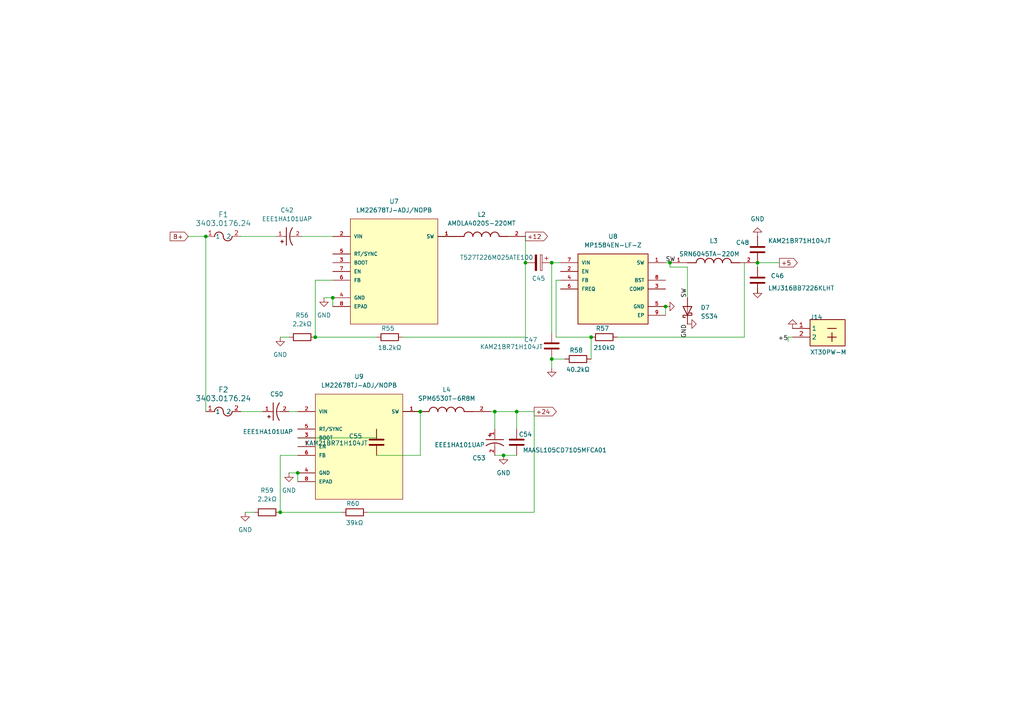
<source format=kicad_sch>
(kicad_sch (version 20231120) (generator "eeschema") (generator_version "8.0")
  (paper "A4")
  (lib_symbols
    (symbol "BLDC_4-altium-import:root_0_XT30PW-M"
      (symbol "root_0_XT30PW-M_1_0"
        (polyline (pts (xy 10.16 -2.54) (xy 12.7 -2.54)) (stroke (width 0.254)))
        (polyline (pts (xy 10.16 0) (xy 12.7 0)) (stroke (width 0.254)))
        (polyline (pts (xy 11.43 -1.27) (xy 11.43 -3.81)) (stroke (width 0.254)))
        (rectangle (start 15.24 2.54) (end 5.08 -5.08) (stroke (width 0.254) (color 128 0 0 1)) (fill (type background)))
        (pin passive line (at 0 0 0) (length 5.08) (name "1") (number "1"))
        (pin passive line (at 0 -2.54 0) (length 5.08) (name "2") (number "2"))
      )
    )
    (symbol "Device:3403.0176.24" (pin_names (offset 0.254))
      (property "Reference" "F" (at 5.08 3.175 0))
      (property "Value" "3403.0176.24" (at 5.08 -3.175 0))
      (symbol "3403.0176.24_1_1"
        (arc (start 5.08 0) (mid 3.81 1.2645) (end 2.54 0) (stroke (width 0.254)))
        (arc (start 5.08 0) (mid 6.35 -1.2645) (end 7.62 0) (stroke (width 0.254)))
        (pin unspecified line (at 0 0 0) (length 2.54) (name "1") (number "1"))
        (pin unspecified line (at 10.16 0 180) (length 2.54) (name "2") (number "2"))
      )
      (symbol "3403.0176.24_1_2"
        (arc (start 0 5.08) (mid -1.2645 3.81) (end 0 2.54) (stroke (width 0.254)))
        (arc (start 0 5.08) (mid 1.2645 6.35) (end 0 7.62) (stroke (width 0.254)))
        (pin unspecified line (at 0 0 90) (length 2.54) (name "1") (number "1"))
        (pin unspecified line (at 0 10.16 270) (length 2.54) (name "2") (number "2"))
      )
    )
    (symbol "Device:AMDLA4020S-220MT" (pin_names (offset 1.016))
      (property "Reference" "L" (at -10.16 5.08 0))
      (property "Value" "AMDLA4020S-220MT" (at -10.16 -5.08 0))
      (symbol "AMDLA4020S-220MT_0_0"
        (arc (start -2.54 0) (mid -3.81 1.2645) (end -5.08 0) (stroke (width 0.254)))
        (arc (start 0 0) (mid -1.27 1.2645) (end -2.54 0) (stroke (width 0.254)))
        (polyline (pts (xy -5.08 0) (xy -7.62 0)) (stroke (width 0.254)))
        (polyline (pts (xy 5.08 0) (xy 7.62 0)) (stroke (width 0.254)))
        (arc (start 2.54 0) (mid 1.27 1.2645) (end 0 0) (stroke (width 0.254)))
        (arc (start 5.08 0) (mid 3.81 1.2645) (end 2.54 0) (stroke (width 0.254)))
        (pin passive line (at -12.7 0 0) (length 5.08) (name "~") (number "1"))
        (pin passive line (at 12.7 0 180) (length 5.08) (name "~") (number "2"))
      )
    )
    (symbol "Device:B82477G4223M000" (pin_names (offset 1.016))
      (property "Reference" "L" (at -10.16 5.08 0))
      (property "Value" "B82477G4223M000" (at -10.16 -5.08 0))
      (symbol "B82477G4223M000_0_0"
        (arc (start -2.54 0) (mid -3.81 1.2645) (end -5.08 0) (stroke (width 0.254)))
        (arc (start 0 0) (mid -1.27 1.2645) (end -2.54 0) (stroke (width 0.254)))
        (polyline (pts (xy -5.08 0) (xy -7.62 0)) (stroke (width 0.254)))
        (polyline (pts (xy 5.08 0) (xy 7.62 0)) (stroke (width 0.254)))
        (arc (start 2.54 0) (mid 1.27 1.2645) (end 0 0) (stroke (width 0.254)))
        (arc (start 5.08 0) (mid 3.81 1.2645) (end 2.54 0) (stroke (width 0.254)))
        (pin passive line (at -12.7 0 0) (length 5.08) (name "~") (number "1"))
        (pin passive line (at 12.7 0 180) (length 5.08) (name "~") (number "2"))
      )
    )
    (symbol "Device:C" (pin_numbers hide) (pin_names (offset 0.254))
      (property "Reference" "C" (at 0.635 2.54 0))
      (property "Value" "C" (at 0.635 -2.54 0))
      (symbol "C_0_1"
        (polyline (pts (xy -2.032 -0.762) (xy 2.032 -0.762)) (stroke (width 0.508)))
        (polyline (pts (xy -2.032 0.762) (xy 2.032 0.762)) (stroke (width 0.508)))
      )
      (symbol "C_1_1"
        (pin passive line (at 0 3.81 270) (length 2.794) (name "~") (number "1"))
        (pin passive line (at 0 -3.81 90) (length 2.794) (name "~") (number "2"))
      )
    )
    (symbol "Device:C_Polarized" (pin_numbers hide) (pin_names (offset 0.254))
      (property "Reference" "C" (at 0.635 2.54 0))
      (property "Value" "C_Polarized" (at 0.635 -2.54 0))
      (symbol "C_Polarized_0_1"
        (rectangle (start -2.286 0.508) (end 2.286 1.016))
        (polyline (pts (xy -1.778 2.286) (xy -0.762 2.286)))
        (polyline (pts (xy -1.27 2.794) (xy -1.27 1.778)))
        (rectangle (start 2.286 -0.508) (end -2.286 -1.016) (fill (type outline)))
      )
      (symbol "C_Polarized_1_1"
        (pin passive line (at 0 3.81 270) (length 2.794) (name "~") (number "1"))
        (pin passive line (at 0 -3.81 90) (length 2.794) (name "~") (number "2"))
      )
    )
    (symbol "Device:R" (pin_numbers hide) (pin_names (offset 0))
      (property "Reference" "R" (at 2.032 0 90))
      (property "Value" "R" (at 0 0 90))
      (symbol "R_0_1"
        (rectangle (start -1.016 -2.54) (end 1.016 2.54) (stroke (width 0.254)))
      )
      (symbol "R_1_1"
        (pin passive line (at 0 3.81 270) (length 1.27) (name "~") (number "1"))
        (pin passive line (at 0 -3.81 90) (length 1.27) (name "~") (number "2"))
      )
    )
    (symbol "Diode:SS34" (pin_numbers hide) (pin_names (offset 1.016) hide)
      (property "Reference" "D7" (at 0.9526 -3.81 90))
      (property "Value" "SS34" (at -1.5874 -3.81 90))
      (symbol "SS34_0_1"
        (polyline (pts (xy 1.27 0) (xy -1.27 0)))
        (polyline (pts (xy 1.27 1.27) (xy 1.27 -1.27) (xy -1.27 0) (xy 1.27 1.27)) (stroke (width 0.254)))
        (polyline (pts (xy -1.905 0.635) (xy -1.905 1.27) (xy -1.27 1.27) (xy -1.27 -1.27) (xy -0.635 -1.27) (xy -0.635 -0.635)) (stroke (width 0.254)))
      )
      (symbol "SS34_1_1"
        (pin passive line (at -3.81 0 0) (length 2.54) (name "K") (number "1"))
        (pin passive line (at 3.81 0 180) (length 2.54) (name "A") (number "2"))
      )
    )
    (symbol "Regulator_Linear:MP1584EN-LF-Z" (pin_names (offset 1.016))
      (property "Reference" "U" (at -10.1897 10.9615 0))
      (property "Value" "MP1584EN-LF-Z" (at -10.1903 -12.7436 0))
      (symbol "MP1584EN-LF-Z_0_0"
        (rectangle (start -10.16 10.16) (end 10.16 -10.16) (stroke (width 0.254)) (fill (type background)))
        (pin output line (at 15.24 7.62 180) (length 5.08) (name "SW") (number "1"))
        (pin input line (at -15.24 5.08 0) (length 5.08) (name "EN") (number "2"))
        (pin passive line (at 15.24 0 180) (length 5.08) (name "COMP") (number "3"))
        (pin input line (at -15.24 2.54 0) (length 5.08) (name "FB") (number "4"))
        (pin power_in line (at 15.24 -5.08 180) (length 5.08) (name "GND") (number "5"))
        (pin passive line (at -15.24 0 0) (length 5.08) (name "FREQ") (number "6"))
        (pin input line (at -15.24 7.62 0) (length 5.08) (name "VIN") (number "7"))
        (pin passive line (at 15.24 2.54 180) (length 5.08) (name "BST") (number "8"))
        (pin power_in line (at 15.24 -7.62 180) (length 5.08) (name "EP") (number "9"))
      )
    )
    (symbol "Regulator_Switching:LM22670TJ-ADJ_NOPB" (pin_names (offset 1.016))
      (property "Reference" "U" (at -4.704 15.4851 0))
      (property "Value" "LM22670TJ-ADJ_NOPB" (at -5.9189 -22.2529 0))
      (symbol "LM22670TJ-ADJ_NOPB_0_0"
        (rectangle (start -12.7 -17.78) (end 12.7 12.7) (stroke (width 0.1524)) (fill (type background)))
        (pin output line (at 17.78 7.62 180) (length 5.08) (name "SW") (number "1"))
        (pin power_in line (at -17.78 7.62 0) (length 5.08) (name "VIN") (number "2"))
        (pin input line (at -17.78 0 0) (length 5.08) (name "BOOT") (number "3"))
        (pin passive line (at -17.78 -10.16 0) (length 5.08) (name "GND") (number "4"))
        (pin input line (at -17.78 2.54 0) (length 5.08) (name "RT/SYNC") (number "5"))
        (pin input line (at -17.78 -5.08 0) (length 5.08) (name "FB") (number "6"))
        (pin input line (at -17.78 -2.54 0) (length 5.08) (name "EN") (number "7"))
        (pin passive line (at -17.78 -12.7 0) (length 5.08) (name "EPAD") (number "8"))
      )
    )
    (symbol "capacitor:EEE1HA101UAP" (pin_names (offset 1.016))
      (property "Reference" "C" (at -2.54 3.81 0))
      (property "Value" "EEE1HA101UAP" (at -2.54 -5.08 0))
      (symbol "EEE1HA101UAP_0_0"
        (rectangle (start -1.173 -1.532) (end -0.284 -1.405) (stroke (width 0.1)) (fill (type outline)))
        (rectangle (start -0.792 -1.913) (end -0.665 -1.024) (stroke (width 0.1)) (fill (type outline)))
        (polyline (pts (xy 0 0) (xy 0.508 0)) (stroke (width 0.1524)))
        (polyline (pts (xy 0.508 0) (xy 0.508 -2.54)) (stroke (width 0.254)))
        (polyline (pts (xy 0.508 2.54) (xy 0.508 0)) (stroke (width 0.254)))
        (polyline (pts (xy 2.54 0) (xy 1.524 0)) (stroke (width 0.1524)))
        (arc (start 2.286 2.54) (mid 1.4851 0) (end 2.286 -2.54) (stroke (width 0.254)))
        (pin passive line (at -2.54 0 0) (length 2.54) (name "~") (number "1"))
        (pin passive line (at 5.08 0 180) (length 2.54) (name "~") (number "2"))
      )
    )
    (symbol "power:GND" (power) (pin_numbers hide) (pin_names (offset 0) hide)
      (property "Value" "GND" (at 0 -3.81 0))
      (symbol "GND_0_1"
        (polyline (pts (xy 0 0) (xy 0 -1.27) (xy 1.27 -1.27) (xy 0 -2.54) (xy -1.27 -1.27) (xy 0 -1.27)))
      )
      (symbol "GND_1_1"
        (pin power_in line (at 0 0 270) (length 0) (name "~") (number "1"))
      )
    )
  )
  (junction (at 121.92 119.38))
  (junction (at 194.31 76.2))
  (junction (at 160.02 76.2))
  (junction (at 59.69 68.58))
  (junction (at 81.28 148.59))
  (junction (at 91.44 97.79))
  (junction (at 146.05 132.08))
  (junction (at 193.04 88.9))
  (junction (at 143.51 119.38))
  (junction (at 149.86 119.38))
  (junction (at 96.52 86.36))
  (junction (at 219.71 76.2))
  (junction (at 86.36 137.16))
  (junction (at 171.45 97.79))
  (junction (at 160.02 104.14))
  (junction (at 152.4 76.2))
  (wire (pts (xy 160.02 76.2) (xy 162.56 76.2)))
  (wire (pts (xy 81.28 148.59) (xy 99.06 148.59)))
  (wire (pts (xy 160.02 104.14) (xy 160.02 106.68)))
  (wire (pts (xy 143.51 119.38) (xy 142.24 119.38)))
  (wire (pts (xy 152.4 68.58) (xy 152.4 76.2)))
  (wire (pts (xy 154.94 119.38) (xy 154.94 148.59)))
  (wire (pts (xy 161.29 81.28) (xy 161.29 97.79)))
  (wire (pts (xy 149.86 119.38) (xy 149.86 124.46)))
  (wire (pts (xy 194.31 76.2) (xy 193.04 76.2)))
  (wire (pts (xy 152.4 97.79) (xy 116.84 97.79)))
  (wire (pts (xy 143.51 119.38) (xy 149.86 119.38)))
  (wire (pts (xy 149.86 119.38) (xy 154.94 119.38)))
  (wire (pts (xy 96.52 81.28) (xy 91.44 81.28)))
  (wire (pts (xy 171.45 97.79) (xy 171.45 104.14)))
  (wire (pts (xy 154.94 148.59) (xy 106.68 148.59)))
  (wire (pts (xy 219.71 77.47) (xy 219.71 76.2)))
  (wire (pts (xy 71.12 148.59) (xy 73.66 148.59)))
  (wire (pts (xy 69.85 68.58) (xy 80.01 68.58)))
  (wire (pts (xy 91.44 81.28) (xy 91.44 97.79)))
  (wire (pts (xy 91.44 97.79) (xy 109.22 97.79)))
  (wire (pts (xy 199.39 77.47) (xy 199.39 86.36)))
  (wire (pts (xy 228.6 97.79) (xy 229.87 97.79)))
  (wire (pts (xy 81.28 132.08) (xy 81.28 148.59)))
  (wire (pts (xy 86.36 127) (xy 109.22 127)))
  (wire (pts (xy 146.05 132.08) (xy 149.86 132.08)))
  (wire (pts (xy 162.56 81.28) (xy 161.29 81.28)))
  (wire (pts (xy 96.52 88.9) (xy 96.52 86.36)))
  (wire (pts (xy 179.07 97.79) (xy 215.9 97.79)))
  (wire (pts (xy 160.02 76.2) (xy 160.02 96.52)))
  (wire (pts (xy 83.82 137.16) (xy 86.36 137.16)))
  (wire (pts (xy 161.29 97.79) (xy 171.45 97.79)))
  (wire (pts (xy 228.6 99.06) (xy 228.6 97.79)))
  (wire (pts (xy 81.28 97.79) (xy 83.82 97.79)))
  (wire (pts (xy 59.69 68.58) (xy 59.69 119.38)))
  (wire (pts (xy 199.39 77.47) (xy 194.31 77.47)))
  (wire (pts (xy 215.9 97.79) (xy 215.9 76.2)))
  (wire (pts (xy 76.2 119.38) (xy 69.85 119.38)))
  (wire (pts (xy 193.04 88.9) (xy 193.04 91.44)))
  (wire (pts (xy 86.36 137.16) (xy 86.36 139.7)))
  (wire (pts (xy 163.83 104.14) (xy 160.02 104.14)))
  (wire (pts (xy 109.22 127) (xy 109.22 124.46)))
  (wire (pts (xy 152.4 76.2) (xy 152.4 97.79)))
  (wire (pts (xy 109.22 132.08) (xy 121.92 132.08)))
  (wire (pts (xy 121.92 119.38) (xy 116.84 119.38)))
  (wire (pts (xy 219.71 85.09) (xy 219.71 83.82)))
  (wire (pts (xy 86.36 132.08) (xy 81.28 132.08)))
  (wire (pts (xy 54.61 68.58) (xy 59.69 68.58)))
  (wire (pts (xy 219.71 76.2) (xy 226.06 76.2)))
  (wire (pts (xy 143.51 124.46) (xy 143.51 119.38)))
  (wire (pts (xy 132.08 68.58) (xy 127 68.58)))
  (wire (pts (xy 215.9 76.2) (xy 219.71 76.2)))
  (wire (pts (xy 143.51 132.08) (xy 146.05 132.08)))
  (wire (pts (xy 87.63 68.58) (xy 96.52 68.58)))
  (wire (pts (xy 83.82 119.38) (xy 86.36 119.38)))
  (wire (pts (xy 194.31 77.47) (xy 194.31 76.2)))
  (wire (pts (xy 93.98 86.36) (xy 96.52 86.36)))
  (wire (pts (xy 121.92 132.08) (xy 121.92 119.38)))
  (label "SW" (at 193.04 76.2 0))
  (label "GND" (at 199.39 93.98 270))
  (label "+5" (at 228.6 99.06 180))
  (label "SW" (at 199.39 86.36 90))
  (global_label "+24" (shape output) (at 154.94 119.38 0) (property "Intersheetrefs" "${INTERSHEET_REFS}" (effects (hide yes))))
  (global_label "+12" (shape output) (at 152.4 68.58 0) (property "Intersheetrefs" "${INTERSHEET_REFS}" (effects (hide yes))))
  (global_label "B+" (shape input) (at 54.61 68.58 180) (property "Intersheetrefs" "${INTERSHEET_REFS}" (effects (hide yes))))
  (global_label "+5" (shape output) (at 226.06 76.2 0) (property "Intersheetrefs" "${INTERSHEET_REFS}" (effects (hide yes))))
  (symbol (lib_id "BLDC_4-altium-import:root_0_XT30PW-M") (at 229.87 95.25 0) (unit 1)
    (property "Reference" "J14" (at 234.95 92.71 0) (effects (justify left bottom)))
    (property "Value" "XT30PW-M" (at 234.95 102.87 0) (effects (justify left bottom)))
    (property "Footprint" "Connector_AMASS:AMASS_XT30U-F_1x02_P5.0mm_Vertical" (effects (hide yes)))
    (property "Description" "Connector" (effects (hide yes)))
    (property "DATASHEET LINK" "https://www.tme.eu/sl/Document/ce4077e36b79046da520ca73227e15de/XT30PW%20SPEC.pdf" (effects (hide yes)))
    (property "HEIGHT" "5mm" (effects (hide yes)))
    (property "MANUFACTURER_NAME" "Amass" (effects (hide yes)))
    (property "MANUFACTURER_PART_NUMBER" "XT30PW-M" (effects (hide yes)))
  )
  (symbol (lib_id "power:GND") (at 71.12 148.59 0) (unit 1)
    (property "Reference" "#PWR0106" (effects (hide yes)))
    (property "Value" "GND" (at 71.12 153.67 0))
    (property "Description" "Power symbol creates a global label with name \"GND\" , ground" (effects (hide yes)))
  )
  (symbol (lib_id "Device:R") (at 77.47 148.59 90) (unit 1)
    (property "Reference" "R59" (at 77.47 142.24 90))
    (property "Value" "2.2kΩ" (at 77.47 144.78 90))
    (property "Footprint" "Resistor_SMD:R_1210_3225Metric" (effects (hide yes)))
    (property "Description" "Resistor" (effects (hide yes)))
  )
  (symbol (lib_id "capacitor:EEE1HA101UAP") (at 82.55 68.58 0) (unit 1)
    (property "Reference" "C42" (at 83.2466 60.96 0))
    (property "Value" "EEE1HA101UAP" (at 83.2466 63.5 0))
    (property "Footprint" "Capacitor_SMD:CAP_EEE1HA101UAP" (effects (hide yes)))
    (property "DigiKey_Part_Number" "PCE4610TR-ND" (effects (hide yes)))
    (property "SnapEDA_Link" "https://www.snapeda.com/parts/EEE-1HA101UAP/Panasonic/view-part/?ref=snap" (effects (hide yes)))
    (property "MAXIMUM_PACKAGE_HEIGHT" "10.2mm" (effects (hide yes)))
    (property "Package" "RADIAL-2 Panasonic" (effects (hide yes)))
    (property "Check_prices" "https://www.snapeda.com/parts/EEE-1HA101UAP/Panasonic/view-part/?ref=eda" (effects (hide yes)))
    (property "STANDARD" "Manufacturer Recommendations" (effects (hide yes)))
    (property "PARTREV" "10-Oct-19" (effects (hide yes)))
    (property "MF" "Panasonic Electronic" (effects (hide yes)))
    (property "MP" "EEE-1HA101UAP" (effects (hide yes)))
    (property "Description_1" "\n                        \n                            Capacitor,Alum Electrolytic,Cap 100 uF,Tol 20%,Vol-Rtg 50 VDC,SMT,8x10.5,TR | Panasonic Electronic Components EEE-1HA101UAP\n                        \n" (effects (hide yes)))
    (property "MANUFACTURER" "Panasonic" (effects (hide yes)))
  )
  (symbol (lib_id "Device:R") (at 87.63 97.79 90) (unit 1)
    (property "Reference" "R56" (at 87.63 91.44 90))
    (property "Value" "2.2kΩ" (at 87.63 93.98 90))
    (property "Footprint" "Resistor_SMD:R_1210_3225Metric" (effects (hide yes)))
    (property "Description" "Resistor" (effects (hide yes)))
  )
  (symbol (lib_id "Device:R") (at 167.64 104.14 90) (unit 1)
    (property "Reference" "R58" (at 167.132 101.6 90))
    (property "Value" "40.2kΩ" (at 167.64 107.188 90))
    (property "Footprint" "Resistor_SMD:R_1210_3225Metric" (effects (hide yes)))
    (property "Description" "Resistor" (effects (hide yes)))
  )
  (symbol (lib_id "power:GND") (at 199.39 93.98 90) (unit 1)
    (property "Reference" "#PWR0110" (effects (hide yes)))
    (property "Value" "GND" (effects (hide yes)))
    (property "Description" "Power symbol creates a global label with name \"GND\" , ground" (effects (hide yes)))
  )
  (symbol (lib_id "power:GND") (at 229.87 95.25 180) (unit 1)
    (property "Reference" "#PWR0109" (effects (hide yes)))
    (property "Value" "GND" (effects (hide yes)))
    (property "Description" "Power symbol creates a global label with name \"GND\" , ground" (effects (hide yes)))
  )
  (symbol (lib_id "capacitor:EEE1HA101UAP") (at 78.74 119.38 0) (unit 1)
    (property "Reference" "C50" (at 80.264 114.3 0))
    (property "Value" "EEE1HA101UAP" (at 77.724 125.222 0))
    (property "Footprint" "Capacitor_SMD:CAP_EEE1HA101UAP" (effects (hide yes)))
    (property "DigiKey_Part_Number" "PCE4610TR-ND" (effects (hide yes)))
    (property "SnapEDA_Link" "https://www.snapeda.com/parts/EEE-1HA101UAP/Panasonic/view-part/?ref=snap" (effects (hide yes)))
    (property "MAXIMUM_PACKAGE_HEIGHT" "10.2mm" (effects (hide yes)))
    (property "Package" "RADIAL-2 Panasonic" (effects (hide yes)))
    (property "Check_prices" "https://www.snapeda.com/parts/EEE-1HA101UAP/Panasonic/view-part/?ref=eda" (effects (hide yes)))
    (property "STANDARD" "Manufacturer Recommendations" (effects (hide yes)))
    (property "PARTREV" "10-Oct-19" (effects (hide yes)))
    (property "MF" "Panasonic Electronic" (effects (hide yes)))
    (property "MP" "EEE-1HA101UAP" (effects (hide yes)))
    (property "Description_1" "\n                        \n                            Capacitor,Alum Electrolytic,Cap 100 uF,Tol 20%,Vol-Rtg 50 VDC,SMT,8x10.5,TR | Panasonic Electronic Components EEE-1HA101UAP\n                        \n" (effects (hide yes)))
    (property "MANUFACTURER" "Panasonic" (effects (hide yes)))
  )
  (symbol (lib_id "power:GND") (at 81.28 97.79 0) (unit 1)
    (property "Reference" "#PWR080" (effects (hide yes)))
    (property "Value" "GND" (at 81.28 102.87 0))
    (property "Description" "Power symbol creates a global label with name \"GND\" , ground" (effects (hide yes)))
  )
  (symbol (lib_id "Device:R") (at 175.26 97.79 90) (unit 1)
    (property "Reference" "R57" (at 174.752 95.25 90))
    (property "Value" "210kΩ" (at 175.26 100.838 90))
    (property "Footprint" "Resistor_SMD:R_1210_3225Metric" (effects (hide yes)))
    (property "Description" "Resistor" (effects (hide yes)))
  )
  (symbol (lib_id "Device:C") (at 219.71 72.39 0) (unit 1)
    (property "Reference" "C48" (at 215.392 70.358 0))
    (property "Value" "KAM21BR71H104JT" (at 231.902 69.85 0))
    (property "Footprint" "Capacitor_SMD:C_0805_2012Metric" (effects (hide yes)))
    (property "Description" "Unpolarized capacitor" (effects (hide yes)))
  )
  (symbol (lib_id "Device:C") (at 219.71 81.28 180) (unit 1)
    (property "Reference" "C46" (at 223.52 80.0099 0) (effects (justify right)))
    (property "Value" "LMJ316BB7226KLHT" (at 222.758 83.566 0) (effects (justify right)))
    (property "Footprint" "Capacitor_SMD:C_1206_3216Metric" (effects (hide yes)))
    (property "Description" "Unpolarized capacitor" (effects (hide yes)))
  )
  (symbol (lib_id "power:GND") (at 146.05 132.08 0) (unit 1)
    (property "Reference" "#PWR0108" (effects (hide yes)))
    (property "Value" "GND" (at 146.05 137.16 0))
    (property "Description" "Power symbol creates a global label with name \"GND\" , ground" (effects (hide yes)))
  )
  (symbol (lib_id "Regulator_Switching:LM22670TJ-ADJ_NOPB") (at 114.3 76.2 0) (unit 1)
    (property "Reference" "U7" (at 114.3 58.42 0))
    (property "Value" "LM22678TJ-ADJ/NOPB" (at 114.3 60.96 0))
    (property "Footprint" "regulator:LM22678TJ-ADJNOPB" (effects (hide yes)))
    (property "MF" "Texas Instruments" (effects (hide yes)))
    (property "Description_1" "\n                        \n                            4.5V to 42V, 3A SIMPLE SWITCHER® buck converter with frequency synchronization\n                        \n" (effects (hide yes)))
    (property "PACKAGE" "TO-263-7" (effects (hide yes)))
    (property "MPN" "LM22670TJ-ADJ/NOPB" (effects (hide yes)))
    (property "Price" "None" (effects (hide yes)))
    (property "Package" "TO-263-7 Texas Instruments" (effects (hide yes)))
    (property "SnapEDA_Link" "https://www.snapeda.com/parts/LM22670TJ-ADJ/NOPB/Texas+Instruments/view-part/?ref=snap" (effects (hide yes)))
    (property "MP" "LM22670TJ-ADJ/NOPB" (effects (hide yes)))
    (property "SUPPLIER" "National semiconductor" (effects (hide yes)))
    (property "OC_NEWARK" "34P4762" (effects (hide yes)))
    (property "Availability" "In Stock" (effects (hide yes)))
    (property "Check_prices" "https://www.snapeda.com/parts/LM22670TJ-ADJ/NOPB/Texas+Instruments/view-part/?ref=eda" (effects (hide yes)))
  )
  (symbol (lib_id "Device:C") (at 160.02 100.33 0) (unit 1)
    (property "Reference" "C47" (at 153.924 98.552 0))
    (property "Value" "KAM21BR71H104JT" (at 148.336 100.584 0))
    (property "Footprint" "Capacitor_SMD:C_0805_2012Metric" (effects (hide yes)))
    (property "Description" "Unpolarized capacitor" (effects (hide yes)))
  )
  (symbol (lib_id "Device:C") (at 149.86 128.27 0) (unit 1)
    (property "Reference" "C54" (at 152.4 125.984 0))
    (property "Value" "MAASL105CD7105MFCA01" (at 163.83 130.556 0))
    (property "Footprint" "Capacitor_SMD:C_0402_1005Metric" (effects (hide yes)))
    (property "Description" "Unpolarized capacitor" (effects (hide yes)))
  )
  (symbol (lib_id "power:GND") (at 219.71 68.58 180) (unit 1)
    (property "Reference" "#PWR0105" (effects (hide yes)))
    (property "Value" "GND" (at 219.71 63.5 0))
    (property "Description" "Power symbol creates a global label with name \"GND\" , ground" (effects (hide yes)))
  )
  (symbol (lib_id "capacitor:EEE1HA101UAP") (at 143.51 127 270) (unit 1)
    (property "Reference" "C53" (at 138.938 132.842 90))
    (property "Value" "EEE1HA101UAP" (at 133.35 129.032 90))
    (property "Footprint" "Capacitor_SMD:CAP_EEE1HA101UAP" (effects (hide yes)))
    (property "DigiKey_Part_Number" "PCE4610TR-ND" (effects (hide yes)))
    (property "SnapEDA_Link" "https://www.snapeda.com/parts/EEE-1HA101UAP/Panasonic/view-part/?ref=snap" (effects (hide yes)))
    (property "MAXIMUM_PACKAGE_HEIGHT" "10.2mm" (effects (hide yes)))
    (property "Package" "RADIAL-2 Panasonic" (effects (hide yes)))
    (property "Check_prices" "https://www.snapeda.com/parts/EEE-1HA101UAP/Panasonic/view-part/?ref=eda" (effects (hide yes)))
    (property "STANDARD" "Manufacturer Recommendations" (effects (hide yes)))
    (property "PARTREV" "10-Oct-19" (effects (hide yes)))
    (property "MF" "Panasonic Electronic" (effects (hide yes)))
    (property "MP" "EEE-1HA101UAP" (effects (hide yes)))
    (property "Description_1" "\n                        \n                            Capacitor,Alum Electrolytic,Cap 100 uF,Tol 20%,Vol-Rtg 50 VDC,SMT,8x10.5,TR | Panasonic Electronic Components EEE-1HA101UAP\n                        \n" (effects (hide yes)))
    (property "MANUFACTURER" "Panasonic" (effects (hide yes)))
  )
  (symbol (lib_id "Device:C") (at 109.22 128.27 0) (unit 1)
    (property "Reference" "C55" (at 103.124 126.492 0))
    (property "Value" "KAM21BR71H104JT" (at 97.536 128.524 0))
    (property "Footprint" "Capacitor_SMD:C_0805_2012Metric" (effects (hide yes)))
    (property "Description" "Unpolarized capacitor" (effects (hide yes)))
  )
  (symbol (lib_id "power:GND") (at 160.02 106.68 0) (unit 1)
    (property "Reference" "#PWR0103" (effects (hide yes)))
    (property "Value" "GND" (effects (hide yes)))
    (property "Description" "Power symbol creates a global label with name \"GND\" , ground" (effects (hide yes)))
  )
  (symbol (lib_id "power:GND") (at 193.04 88.9 90) (unit 1)
    (property "Reference" "#PWR0100" (effects (hide yes)))
    (property "Value" "GND" (effects (hide yes)))
    (property "Description" "Power symbol creates a global label with name \"GND\" , ground" (effects (hide yes)))
  )
  (symbol (lib_id "Device:R") (at 113.03 97.79 90) (unit 1)
    (property "Reference" "R55" (at 112.522 95.25 90))
    (property "Value" "18.2kΩ" (at 113.03 100.838 90))
    (property "Footprint" "Resistor_SMD:R_1210_3225Metric" (effects (hide yes)))
    (property "Description" "Resistor" (effects (hide yes)))
  )
  (symbol (lib_id "Device:C_Polarized") (at 156.21 76.2 270) (unit 1)
    (property "Reference" "C45" (at 156.21 80.772 90))
    (property "Value" "T527T226M025ATE100" (at 144.018 74.676 90))
    (property "Footprint" "Capacitor_Tantalum_SMD:CP_EIA-7343-31_Kemet-D" (effects (hide yes)))
    (property "Description" "Polarized capacitor" (effects (hide yes)))
  )
  (symbol (lib_id "Regulator_Switching:LM22670TJ-ADJ_NOPB") (at 104.14 127 0) (unit 1)
    (property "Reference" "U9" (at 104.14 109.22 0))
    (property "Value" "LM22678TJ-ADJ/NOPB" (at 104.14 111.76 0))
    (property "Footprint" "regulator:LM22678TJ-ADJNOPB" (effects (hide yes)))
    (property "MF" "Texas Instruments" (effects (hide yes)))
    (property "Description_1" "\n                        \n                            4.5V to 42V, 3A SIMPLE SWITCHER® buck converter with frequency synchronization\n                        \n" (effects (hide yes)))
    (property "PACKAGE" "TO-263-7" (effects (hide yes)))
    (property "MPN" "LM22670TJ-ADJ/NOPB" (effects (hide yes)))
    (property "Price" "None" (effects (hide yes)))
    (property "Package" "TO-263-7 Texas Instruments" (effects (hide yes)))
    (property "SnapEDA_Link" "https://www.snapeda.com/parts/LM22670TJ-ADJ/NOPB/Texas+Instruments/view-part/?ref=snap" (effects (hide yes)))
    (property "MP" "LM22670TJ-ADJ/NOPB" (effects (hide yes)))
    (property "SUPPLIER" "National semiconductor" (effects (hide yes)))
    (property "OC_NEWARK" "34P4762" (effects (hide yes)))
    (property "Availability" "In Stock" (effects (hide yes)))
    (property "Check_prices" "https://www.snapeda.com/parts/LM22670TJ-ADJ/NOPB/Texas+Instruments/view-part/?ref=eda" (effects (hide yes)))
  )
  (symbol (lib_id "power:GND") (at 83.82 137.16 0) (unit 1)
    (property "Reference" "#PWR0107" (effects (hide yes)))
    (property "Value" "GND" (at 83.82 142.24 0))
    (property "Description" "Power symbol creates a global label with name \"GND\" , ground" (effects (hide yes)))
  )
  (symbol (lib_id "power:GND") (at 219.71 83.82 0) (unit 1)
    (property "Reference" "#PWR0104" (effects (hide yes)))
    (property "Value" "GND" (effects (hide yes)))
    (property "Description" "Power symbol creates a global label with name \"GND\" , ground" (effects (hide yes)))
  )
  (symbol (lib_id "Device:B82477G4223M000") (at 207.01 76.2 0) (unit 1)
    (property "Reference" "L3" (at 207.01 69.85 0))
    (property "Value" "SRN6045TA-220M" (at 205.74 73.66 0))
    (property "Footprint" "Inductor_SMD:IND_SRN6045TA-220M" (effects (hide yes)))
    (property "MF" "EPCOS" (effects (hide yes)))
    (property "MAXIMUM_PACKAGE_HEIGHT" "8.0 mm" (effects (hide yes)))
    (property "Package" "NON STANDARD-2 EPCOS" (effects (hide yes)))
    (property "Price" "None" (effects (hide yes)))
    (property "Check_prices" "https://www.snapeda.com/parts/B82477G4223M000/EPCOS/view-part/?ref=eda" (effects (hide yes)))
    (property "STANDARD" "Manufacturer Recommendations" (effects (hide yes)))
    (property "PARTREV" "2018-10" (effects (hide yes)))
    (property "SnapEDA_Link" "https://www.snapeda.com/parts/B82477G4223M000/EPCOS/view-part/?ref=snap" (effects (hide yes)))
    (property "MP" "B82477G4223M000" (effects (hide yes)))
    (property "Description_1" "\n                        \n                            Inductors from EPCOS include SMT Inductors, SMT Power Inductors, Transponder Coils, ISDN Transformers, xDSL Transformers, DC/DC Converters, RF Transformers and SMT Current Sense Transformers.\n                        \n" (effects (hide yes)))
    (property "Availability" "In Stock" (effects (hide yes)))
    (property "MANUFACTURER" "TDK" (effects (hide yes)))
  )
  (symbol (lib_id "power:GND") (at 93.98 86.36 0) (unit 1)
    (property "Reference" "#PWR0101" (effects (hide yes)))
    (property "Value" "GND" (at 93.98 91.44 0))
    (property "Description" "Power symbol creates a global label with name \"GND\" , ground" (effects (hide yes)))
  )
  (symbol (lib_id "Device:AMDLA4020S-220MT") (at 139.7 68.58 0) (unit 1)
    (property "Reference" "L2" (at 139.7 62.23 0))
    (property "Value" "AMDLA4020S-220MT" (at 139.7 64.77 0))
    (property "Footprint" "Inductor_SMD:IND_AMDLA4020S-220MT" (effects (hide yes)))
    (property "MF" "Abracon LLC" (effects (hide yes)))
    (property "MAXIMUM_PACKAGE_HEIGHT" "2.0 mm" (effects (hide yes)))
    (property "Package" "Package" (effects (hide yes)))
    (property "Price" "None" (effects (hide yes)))
    (property "Check_prices" "https://www.snapeda.com/parts/AMDLA4020S-220MT/Abracon/view-part/?ref=eda" (effects (hide yes)))
    (property "STANDARD" "Manufacturer Recommendations" (effects (hide yes)))
    (property "PARTREV" "9/16/2019" (effects (hide yes)))
    (property "SnapEDA_Link" "https://www.snapeda.com/parts/AMDLA4020S-220MT/Abracon/view-part/?ref=snap" (effects (hide yes)))
    (property "MP" "AMDLA4020S-220MT" (effects (hide yes)))
    (property "Description_1" "\n                        \n                            22 µH Shielded Molded Inductor 1.2 A 320mOhm Max Nonstandard\n                        \n" (effects (hide yes)))
    (property "Availability" "In Stock" (effects (hide yes)))
    (property "MANUFACTURER" "Abracon" (effects (hide yes)))
  )
  (symbol (lib_id "Device:3403.0176.24") (at 59.69 68.58 0) (unit 1)
    (property "Reference" "F1" (at 64.77 62.23 0) (effects (font (size 1.524 1.524))))
    (property "Value" "3403.0176.24" (at 64.77 64.77 0) (effects (font (size 1.524 1.524))))
    (property "Footprint" "Fuse:Fuse_Schurter_UMT250" (effects (hide yes)))
    (property "Datasheet" "3403.0176.24" (effects (hide yes)))
  )
  (symbol (lib_id "Device:R") (at 102.87 148.59 90) (unit 1)
    (property "Reference" "R60" (at 102.362 146.05 90))
    (property "Value" "39kΩ" (at 102.87 151.638 90))
    (property "Footprint" "Resistor_SMD:R_1210_3225Metric" (effects (hide yes)))
    (property "Description" "Resistor" (effects (hide yes)))
  )
  (symbol (lib_id "Regulator_Linear:MP1584EN-LF-Z") (at 177.8 83.82 0) (unit 1)
    (property "Reference" "U8" (at 177.8 68.58 0))
    (property "Value" "MP1584EN-LF-Z" (at 177.8 71.12 0))
    (property "Footprint" "regulator:MP1584(1)" (effects (hide yes)))
    (property "STANDARD" "IPC-7351B" (effects (hide yes)))
    (property "PACKAGE" "SOIC-8" (effects (hide yes)))
    (property "PRICE" "2.72 USD" (effects (hide yes)))
    (property "MANUFACTURER" "Monolithic Power Systems" (effects (hide yes)))
  )
  (symbol (lib_id "Device:AMDLA4020S-220MT") (at 129.54 119.38 0) (unit 1)
    (property "Reference" "L4" (at 129.54 113.03 0))
    (property "Value" "SPM6530T-6R8M" (at 129.54 115.57 0))
    (property "Footprint" "Inductor_SMD:IND_SPM6530T-6R8M-HZ" (effects (hide yes)))
    (property "MF" "Abracon LLC" (effects (hide yes)))
    (property "MAXIMUM_PACKAGE_HEIGHT" "2.0 mm" (effects (hide yes)))
    (property "Package" "Package" (effects (hide yes)))
    (property "Price" "None" (effects (hide yes)))
    (property "Check_prices" "https://www.snapeda.com/parts/AMDLA4020S-220MT/Abracon/view-part/?ref=eda" (effects (hide yes)))
    (property "STANDARD" "Manufacturer Recommendations" (effects (hide yes)))
    (property "PARTREV" "9/16/2019" (effects (hide yes)))
    (property "SnapEDA_Link" "https://www.snapeda.com/parts/AMDLA4020S-220MT/Abracon/view-part/?ref=snap" (effects (hide yes)))
    (property "MP" "AMDLA4020S-220MT" (effects (hide yes)))
    (property "Description_1" "\n                        \n                            22 µH Shielded Molded Inductor 1.2 A 320mOhm Max Nonstandard\n                        \n" (effects (hide yes)))
    (property "Availability" "In Stock" (effects (hide yes)))
    (property "MANUFACTURER" "Abracon" (effects (hide yes)))
  )
  (symbol (lib_id "Diode:SS34") (at 199.39 90.17 90) (unit 1)
    (property "Reference" "D7" (at 203.2 89.2174 90) (effects (justify right)))
    (property "Value" "SS34" (at 203.2 91.7574 90) (effects (justify right)))
    (property "Footprint" "Diode_SMD:DIO_SS34" (effects (hide yes)))
    (property "Datasheet" "https://www.vishay.com/docs/88751/ss32.pdf" (effects (hide yes)))
    (property "Description" "40V 3A Schottky Diode, SMA" (effects (hide yes)))
  )
  (symbol (lib_id "Device:3403.0176.24") (at 59.69 119.38 0) (unit 1)
    (property "Reference" "F2" (at 64.77 113.03 0) (effects (font (size 1.524 1.524))))
    (property "Value" "3403.0176.24" (at 64.77 115.57 0) (effects (font (size 1.524 1.524))))
    (property "Footprint" "Fuse:Fuse_Schurter_UMT250" (effects (hide yes)))
    (property "Datasheet" "3403.0176.24" (effects (hide yes)))
  )
)
</source>
